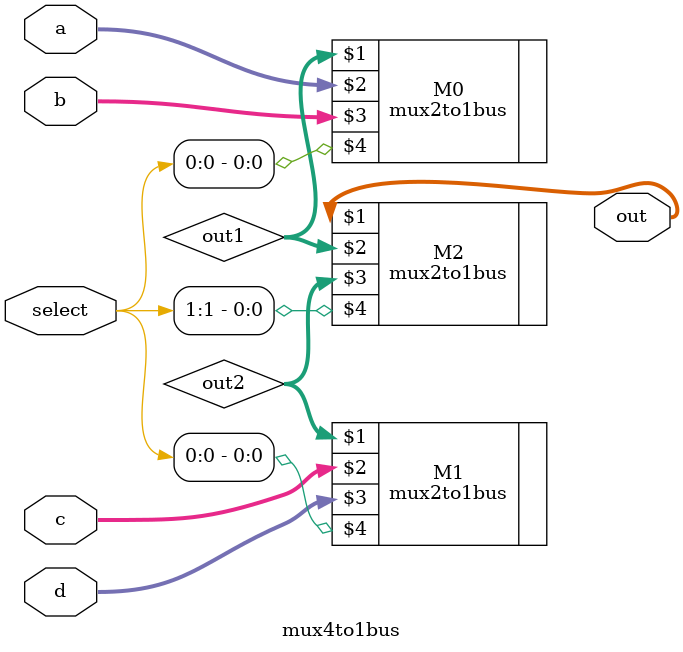
<source format=v>
`timescale 1ns / 1ps
module mux4to1bus(output [31:0]out,input [31:0]a,input [31:0]b,input [31:0]c,input [31:0]d,input [1:0]select);
	wire [31:0]out1;
	wire [31:0]out2;
	mux2to1bus M0(out1,a,b,select[0]);
	mux2to1bus M1(out2,c,d,select[0]);
	mux2to1bus M2(out,out1,out2,select[1]);
endmodule

</source>
